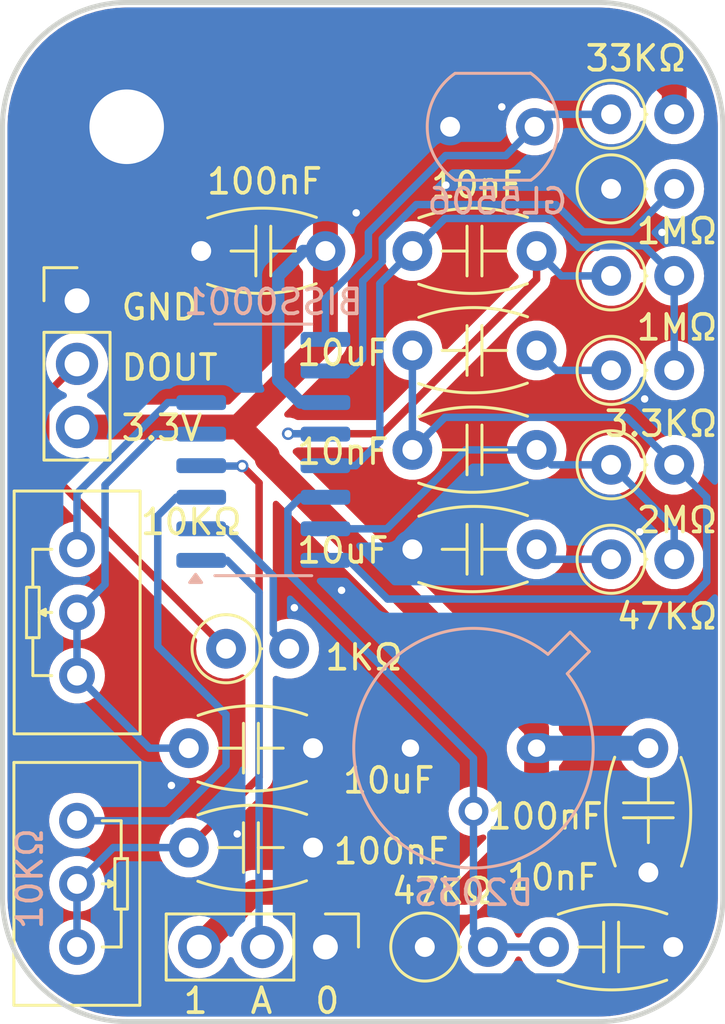
<source format=kicad_pcb>
(kicad_pcb (version 20240108) (generator "pcbnew") (generator_version "8.0")
  (layers (0 "F.Cu" signal) (31 "B.Cu" signal) (34 "B.Paste" user) (35 "F.Paste" user) (36 "B.SilkS" user "B.Silkscreen") (37 "F.SilkS" user "F.Silkscreen") (38 "B.Mask" user) (39 "F.Mask" user) (44 "Edge.Cuts" user))
  (net 0 "")
  (net 1 "3V3")
  (net 2 "GND")
  (net 3 "Net-(U1-2IN-)")
  (net 4 "Net-(U1-2OUT)")
  (net 5 "Net-(U1-1OUT)")
  (net 6 "Net-(C2-Pad2)")
  (net 7 "Net-(U1-1IN-)")
  (net 8 "Net-(U1-RC1)")
  (net 9 "Net-(S1-S)")
  (net 10 "Net-(U1-RC2)")
  (net 11 "Net-(C12-Pad2)")
  (net 12 "Net-(H1-Pin_2)")
  (net 13 "Net-(H3-Pin_2)")
  (net 14 "Net-(U1-RR1)")
  (net 15 "Net-(U1-RR2)")
  (net 16 "Net-(U1-VC)")
  (net 17 "Net-(U1-VO)")
  (net 18 "Net-(U1-IB)")
  (footprint "PCM_Resistor_THT_AKL:R_Axial_DIN0207_L6.3mm_D2.5mm_P2.54mm_Vertical" (layer "F.Cu") (at 92 103)
    (property "Reference" "R6" (hide yes))
    (property "Value" "47KΩ" (at 0.7 -2.25 360) (layer "F.SilkS"))
    (fp_line (start 1.37 0) (end 1.44 0) (stroke (width 0.12)) (layer "F.SilkS"))
    (fp_circle (center 0 0) (end 1.37 0) (stroke (width 0.12)) (fill none) (layer "F.SilkS"))
    (pad "1" thru_hole circle (at 0 0) (size 1.6 1.6) (drill 0.8) (layers "*.Cu" "*.Mask") (net 2 "GND"))
    (pad "2" thru_hole oval (at 2.54 0) (size 1.6 1.6) (drill 0.8) (layers "*.Cu" "*.Mask") (net 9 "Net-(S1-S)"))
  )
  (footprint "PCM_Capacitor_THT_US_AKL:C_Disc_D5.1mm_W3.2mm_P5.00mm" (layer "F.Cu") (at 91.5 79)
    (property "Reference" "C2" (hide yes))
    (property "Value" "10uF" (at -2.8 0.1 0) (layer "F.SilkS"))
    (fp_line (start 1.2 0) (end 2.2 0) (stroke (width 0.12)) (layer "F.SilkS"))
    (fp_line (start 2.2 0) (end 2.2 -1) (stroke (width 0.12)) (layer "F.SilkS"))
    (fp_line (start 2.2 0) (end 2.2 1) (stroke (width 0.12)) (layer "F.SilkS"))
    (fp_line (start 2.8 -1) (end 2.8 1) (stroke (width 0.12)) (layer "F.SilkS"))
    (fp_line (start 2.8 0) (end 3.8 0) (stroke (width 0.12)) (layer "F.SilkS"))
    (fp_arc (start 0.261356 -1.3335) (mid 2.44667 -1.724639) (end 4.6355 -1.353676) (stroke (width 0.12)) (layer "F.SilkS"))
    (fp_arc (start 4.628144 1.313323) (mid 2.44283 1.704462) (end 0.254 1.3335) (stroke (width 0.12)) (layer "F.SilkS"))
    (pad "1" thru_hole circle (at 0 0) (size 1.6 1.6) (drill 0.8) (layers "*.Cu" "*.Mask") (net 5 "Net-(U1-1OUT)"))
    (pad "2" thru_hole circle (at 5 0) (size 1.6 1.6) (drill 0.8) (layers "*.Cu" "*.Mask") (net 6 "Net-(C2-Pad2)"))
  )
  (footprint "PCM_Capacitor_THT_US_AKL:C_Disc_D5.1mm_W3.2mm_P5.00mm" (layer "F.Cu") (at 83 75)
    (property "Reference" "C9" (hide yes))
    (property "Value" "100nF" (at 2.55 -2.8 0) (layer "F.SilkS"))
    (fp_line (start 1.2 0) (end 2.2 0) (stroke (width 0.12)) (layer "F.SilkS"))
    (fp_line (start 2.2 0) (end 2.2 -1) (stroke (width 0.12)) (layer "F.SilkS"))
    (fp_line (start 2.2 0) (end 2.2 1) (stroke (width 0.12)) (layer "F.SilkS"))
    (fp_line (start 2.8 -1) (end 2.8 1) (stroke (width 0.12)) (layer "F.SilkS"))
    (fp_line (start 2.8 0) (end 3.8 0) (stroke (width 0.12)) (layer "F.SilkS"))
    (fp_arc (start 0.261356 -1.3335) (mid 2.44667 -1.724639) (end 4.6355 -1.353676) (stroke (width 0.12)) (layer "F.SilkS"))
    (fp_arc (start 4.628144 1.313323) (mid 2.44283 1.704462) (end 0.254 1.3335) (stroke (width 0.12)) (layer "F.SilkS"))
    (pad "1" thru_hole circle (at 0 0) (size 1.6 1.6) (drill 0.8) (layers "*.Cu" "*.Mask") (net 2 "GND"))
    (pad "2" thru_hole circle (at 5 0) (size 1.6 1.6) (drill 0.8) (layers "*.Cu" "*.Mask") (net 1 "3V3"))
  )
  (footprint "PCM_Capacitor_THT_US_AKL:C_Disc_D5.1mm_W3.2mm_P5.00mm" (layer "F.Cu") (at 91.5 87)
    (property "Reference" "C12" (hide yes))
    (property "Value" "10uF" (at -2.8 0.05 0) (layer "F.SilkS"))
    (fp_line (start 1.2 0) (end 2.2 0) (stroke (width 0.12)) (layer "F.SilkS"))
    (fp_line (start 2.2 0) (end 2.2 -1) (stroke (width 0.12)) (layer "F.SilkS"))
    (fp_line (start 2.2 0) (end 2.2 1) (stroke (width 0.12)) (layer "F.SilkS"))
    (fp_line (start 2.8 -1) (end 2.8 1) (stroke (width 0.12)) (layer "F.SilkS"))
    (fp_line (start 2.8 0) (end 3.8 0) (stroke (width 0.12)) (layer "F.SilkS"))
    (fp_arc (start 0.261356 -1.3335) (mid 2.44667 -1.724639) (end 4.6355 -1.353676) (stroke (width 0.12)) (layer "F.SilkS"))
    (fp_arc (start 4.628144 1.313323) (mid 2.44283 1.704462) (end 0.254 1.3335) (stroke (width 0.12)) (layer "F.SilkS"))
    (pad "1" thru_hole circle (at 0 0) (size 1.6 1.6) (drill 0.8) (layers "*.Cu" "*.Mask") (net 2 "GND"))
    (pad "2" thru_hole circle (at 5 0) (size 1.6 1.6) (drill 0.8) (layers "*.Cu" "*.Mask") (net 11 "Net-(C12-Pad2)"))
  )
  (footprint "Connector_PinHeader_2.54mm:PinHeader_1x03_P2.54mm_Vertical" (layer "F.Cu") (at 88 103 -90)
    (property "Reference" "H1" (hide yes))
    (property "Value" "~")
    (fp_line (start -1.33 6.41) (end 1.33 6.41) (stroke (width 0.12)) (layer "F.SilkS"))
    (fp_line (start -1.33 1.27) (end -1.33 6.41) (stroke (width 0.12)) (layer "F.SilkS"))
    (fp_line (start -1.33 1.27) (end 1.33 1.27) (stroke (width 0.12)) (layer "F.SilkS"))
    (fp_line (start 1.33 1.27) (end 1.33 6.41) (stroke (width 0.12)) (layer "F.SilkS"))
    (fp_line (start -1.33 0) (end -1.33 -1.33) (stroke (width 0.12)) (layer "F.SilkS"))
    (fp_line (start -1.33 -1.33) (end 0 -1.33) (stroke (width 0.12)) (layer "F.SilkS"))
    (pad "1" thru_hole rect (at 0 0 270) (size 1.7 1.7) (drill 1) (layers "*.Cu" "*.Mask") (net 2 "GND"))
    (pad "2" thru_hole oval (at 0 2.54 270) (size 1.7 1.7) (drill 1) (layers "*.Cu" "*.Mask") (net 12 "Net-(H1-Pin_2)"))
    (pad "3" thru_hole oval (at 0 5.08 270) (size 1.7 1.7) (drill 1) (layers "*.Cu" "*.Mask") (net 1 "3V3"))
  )
  (footprint "PCM_Potentiometer_THT_AKL:Potentiometer_Bourns_3296W_Vertical" (layer "F.Cu") (at 78 103 -90)
    (property "Reference" "PR1" (hide yes))
    (property "Value" "10KΩ" (at -2.75 1.9 -90) (layer "B.SilkS"))
    (fp_line (start -7.425 2.54) (end 2.345 2.54) (stroke (width 0.12)) (layer "F.SilkS"))
    (fp_line (start -2.54 -1.524) (end -2.54 -1.016) (stroke (width 0.12)) (layer "F.SilkS"))
    (fp_line (start -5.08 -1.778) (end -5.08 -1.016) (stroke (width 0.12)) (layer "F.SilkS"))
    (fp_line (start -3.556 -1.778) (end -5.08 -1.778) (stroke (width 0.12)) (layer "F.SilkS"))
    (fp_line (start -1.524 -1.778) (end 0 -1.778) (stroke (width 0.12)) (layer "F.SilkS"))
    (fp_line (start 0 -1.778) (end 0 -1.016) (stroke (width 0.12)) (layer "F.SilkS"))
    (fp_line (start -7.425 -2.53) (end -7.425 2.54) (stroke (width 0.12)) (layer "F.SilkS"))
    (fp_line (start -7.425 -2.53) (end 2.345 -2.53) (stroke (width 0.12)) (layer "F.SilkS"))
    (fp_line (start 2.345 -2.53) (end 2.345 2.54) (stroke (width 0.12)) (layer "F.SilkS"))
    (fp_rect (start -3.556 -2.032) (end -1.524 -1.524) (stroke (width 0.12)) (fill none) (layer "F.SilkS"))
    (fp_poly (pts (xy -2.413 -1.27) (xy -2.667 -1.27) (xy -2.54 -1.524)) (stroke (width 0.12)) (fill solid) (layer "F.SilkS"))
    (pad "1" thru_hole circle (at 0 0 270) (size 1.44 1.44) (drill 0.8) (layers "*.Cu" "*.Mask") (net 8 "Net-(U1-RC1)"))
    (pad "2" thru_hole circle (at -2.54 0 270) (size 1.44 1.44) (drill 0.8) (layers "*.Cu" "*.Mask") (net 8 "Net-(U1-RC1)"))
    (pad "3" thru_hole circle (at -5.08 0 270) (size 1.44 1.44) (drill 0.8) (layers "*.Cu" "*.Mask") (net 14 "Net-(U1-RR1)"))
  )
  (footprint "PCM_Resistor_THT_AKL:R_Axial_DIN0207_L6.3mm_D2.5mm_P2.54mm_Vertical" (layer "F.Cu") (at 99.5 76)
    (property "Reference" "R1" (hide yes))
    (property "Value" "1MΩ" (at 2.654762 2.075 360) (layer "F.SilkS"))
    (fp_line (start 1.37 0) (end 1.44 0) (stroke (width 0.12)) (layer "F.SilkS"))
    (fp_circle (center 0 0) (end 1.37 0) (stroke (width 0.12)) (fill none) (layer "F.SilkS"))
    (pad "1" thru_hole circle (at 0 0) (size 1.6 1.6) (drill 0.8) (layers "*.Cu" "*.Mask") (net 4 "Net-(U1-2OUT)"))
    (pad "2" thru_hole oval (at 2.54 0) (size 1.6 1.6) (drill 0.8) (layers "*.Cu" "*.Mask") (net 3 "Net-(U1-2IN-)"))
  )
  (footprint "PCM_Resistor_THT_AKL:R_Axial_DIN0207_L6.3mm_D2.5mm_P2.54mm_Vertical" (layer "F.Cu") (at 99.5 79.8)
    (property "Reference" "R2" (hide yes))
    (property "Value" "3.3KΩ" (at 2.011905 2.15 0) (layer "F.SilkS"))
    (fp_line (start 1.37 0) (end 1.44 0) (stroke (width 0.12)) (layer "F.SilkS"))
    (fp_circle (center 0 0) (end 1.37 0) (stroke (width 0.12)) (fill none) (layer "F.SilkS"))
    (pad "1" thru_hole circle (at 0 0) (size 1.6 1.6) (drill 0.8) (layers "*.Cu" "*.Mask") (net 6 "Net-(C2-Pad2)"))
    (pad "2" thru_hole oval (at 2.54 0) (size 1.6 1.6) (drill 0.8) (layers "*.Cu" "*.Mask") (net 3 "Net-(U1-2IN-)"))
  )
  (footprint "PCM_Capacitor_THT_US_AKL:C_Disc_D5.1mm_W3.2mm_P5.00mm" (layer "F.Cu") (at 101 100 90)
    (property "Reference" "C5" (hide yes))
    (property "Value" "100nF" (at 2.25 -4.15 180) (layer "F.SilkS"))
    (fp_line (start 2.8 -1) (end 2.8 1) (stroke (width 0.12)) (layer "F.SilkS"))
    (fp_line (start 2.8 0) (end 3.8 0) (stroke (width 0.12)) (layer "F.SilkS"))
    (fp_line (start 2.2 0) (end 2.2 -1) (stroke (width 0.12)) (layer "F.SilkS"))
    (fp_line (start 2.2 0) (end 2.2 1) (stroke (width 0.12)) (layer "F.SilkS"))
    (fp_line (start 1.2 0) (end 2.2 0) (stroke (width 0.12)) (layer "F.SilkS"))
    (fp_arc (start 0.261356 -1.3335) (mid 2.44667 -1.724639) (end 4.6355 -1.353676) (stroke (width 0.12)) (layer "F.SilkS"))
    (fp_arc (start 4.628144 1.313323) (mid 2.44283 1.704462) (end 0.254 1.3335) (stroke (width 0.12)) (layer "F.SilkS"))
    (pad "1" thru_hole circle (at 0 0 90) (size 1.6 1.6) (drill 0.8) (layers "*.Cu" "*.Mask") (net 2 "GND"))
    (pad "2" thru_hole circle (at 5 0 90) (size 1.6 1.6) (drill 0.8) (layers "*.Cu" "*.Mask") (net 1 "3V3"))
  )
  (footprint "PCM_Resistor_THT_AKL:R_Axial_DIN0207_L6.3mm_D2.5mm_P2.54mm_Vertical" (layer "F.Cu") (at 99.5 83.6)
    (property "Reference" "R3" (hide yes))
    (property "Value" "2MΩ" (at 2.654762 2.225 0) (layer "F.SilkS"))
    (fp_line (start 1.37 0) (end 1.44 0) (stroke (width 0.12)) (layer "F.SilkS"))
    (fp_circle (center 0 0) (end 1.37 0) (stroke (width 0.12)) (fill none) (layer "F.SilkS"))
    (pad "1" thru_hole circle (at 0 0) (size 1.6 1.6) (drill 0.8) (layers "*.Cu" "*.Mask") (net 7 "Net-(U1-1IN-)"))
    (pad "2" thru_hole oval (at 2.54 0) (size 1.6 1.6) (drill 0.8) (layers "*.Cu" "*.Mask") (net 5 "Net-(U1-1OUT)"))
  )
  (footprint "PCM_Potentiometer_THT_AKL:Potentiometer_Bourns_3296W_Vertical" (layer "F.Cu") (at 78 87 90)
    (property "Reference" "PR2" (hide yes))
    (property "Value" "10KΩ" (at 1.1 4.6 180) (layer "F.SilkS"))
    (fp_line (start 2.345 -2.53) (end 2.345 2.54) (stroke (width 0.12)) (layer "F.SilkS"))
    (fp_line (start -7.425 -2.53) (end 2.345 -2.53) (stroke (width 0.12)) (layer "F.SilkS"))
    (fp_line (start -7.425 -2.53) (end -7.425 2.54) (stroke (width 0.12)) (layer "F.SilkS"))
    (fp_line (start 0 -1.778) (end 0 -1.016) (stroke (width 0.12)) (layer "F.SilkS"))
    (fp_line (start -1.524 -1.778) (end 0 -1.778) (stroke (width 0.12)) (layer "F.SilkS"))
    (fp_line (start -3.556 -1.778) (end -5.08 -1.778) (stroke (width 0.12)) (layer "F.SilkS"))
    (fp_line (start -5.08 -1.778) (end -5.08 -1.016) (stroke (width 0.12)) (layer "F.SilkS"))
    (fp_line (start -2.54 -1.524) (end -2.54 -1.016) (stroke (width 0.12)) (layer "F.SilkS"))
    (fp_line (start -7.425 2.54) (end 2.345 2.54) (stroke (width 0.12)) (layer "F.SilkS"))
    (fp_rect (start -3.556 -2.032) (end -1.524 -1.524) (stroke (width 0.12)) (fill none) (layer "F.SilkS"))
    (fp_poly (pts (xy -2.413 -1.27) (xy -2.667 -1.27) (xy -2.54 -1.524)) (stroke (width 0.12)) (fill solid) (layer "F.SilkS"))
    (pad "1" thru_hole circle (at 0 0 90) (size 1.44 1.44) (drill 0.8) (layers "*.Cu" "*.Mask") (net 15 "Net-(U1-RR2)"))
    (pad "2" thru_hole circle (at -2.54 0 90) (size 1.44 1.44) (drill 0.8) (layers "*.Cu" "*.Mask") (net 10 "Net-(U1-RC2)"))
    (pad "3" thru_hole circle (at -5.08 0 90) (size 1.44 1.44) (drill 0.8) (layers "*.Cu" "*.Mask") (net 10 "Net-(U1-RC2)"))
  )
  (footprint "MountingHole:MountingHole_3mm_Pad" (layer "F.Cu") (at 80 70)
    (property "Reference" "H2" (hide yes))
    (property "Value" "~")
    (pad "1" thru_hole circle (at 0 0) (size 6 6) (drill 3) (layers "*.Cu" "*.Mask") (net 2 "GND"))
  )
  (footprint "PCM_Capacitor_THT_US_AKL:C_Disc_D5.1mm_W3.2mm_P5.00mm" (layer "F.Cu") (at 102 103 180)
    (property "Reference" "C10" (hide yes))
    (property "Value" "10nF" (at 4.85 2.8 360) (layer "F.SilkS"))
    (fp_line (start 2.8 0) (end 3.8 0) (stroke (width 0.12)) (layer "F.SilkS"))
    (fp_line (start 2.8 -1) (end 2.8 1) (stroke (width 0.12)) (layer "F.SilkS"))
    (fp_line (start 2.2 0) (end 2.2 1) (stroke (width 0.12)) (layer "F.SilkS"))
    (fp_line (start 2.2 0) (end 2.2 -1) (stroke (width 0.12)) (layer "F.SilkS"))
    (fp_line (start 1.2 0) (end 2.2 0) (stroke (width 0.12)) (layer "F.SilkS"))
    (fp_arc (start 4.628144 1.313323) (mid 2.44283 1.704462) (end 0.254 1.3335) (stroke (width 0.12)) (layer "F.SilkS"))
    (fp_arc (start 0.261356 -1.3335) (mid 2.44667 -1.724639) (end 4.6355 -1.353676) (stroke (width 0.12)) (layer "F.SilkS"))
    (pad "1" thru_hole circle (at 0 0 180) (size 1.6 1.6) (drill 0.8) (layers "*.Cu" "*.Mask") (net 2 "GND"))
    (pad "2" thru_hole circle (at 5 0 180) (size 1.6 1.6) (drill 0.8) (layers "*.Cu" "*.Mask") (net 9 "Net-(S1-S)"))
  )
  (footprint "PCM_Capacitor_THT_US_AKL:C_Disc_D5.1mm_W3.2mm_P5.00mm" (layer "F.Cu") (at 91.5 83)
    (property "Reference" "C3" (hide yes))
    (property "Value" "10nF" (at -2.8 0.075 0) (layer "F.SilkS"))
    (fp_line (start 1.2 0) (end 2.2 0) (stroke (width 0.12)) (layer "F.SilkS"))
    (fp_line (start 2.2 0) (end 2.2 -1) (stroke (width 0.12)) (layer "F.SilkS"))
    (fp_line (start 2.2 0) (end 2.2 1) (stroke (width 0.12)) (layer "F.SilkS"))
    (fp_line (start 2.8 -1) (end 2.8 1) (stroke (width 0.12)) (layer "F.SilkS"))
    (fp_line (start 2.8 0) (end 3.8 0) (stroke (width 0.12)) (layer "F.SilkS"))
    (fp_arc (start 0.261356 -1.3335) (mid 2.44667 -1.724639) (end 4.6355 -1.353676) (stroke (width 0.12)) (layer "F.SilkS"))
    (fp_arc (start 4.628144 1.313323) (mid 2.44283 1.704462) (end 0.254 1.3335) (stroke (width 0.12)) (layer "F.SilkS"))
    (pad "1" thru_hole circle (at 0 0) (size 1.6 1.6) (drill 0.8) (layers "*.Cu" "*.Mask") (net 5 "Net-(U1-1OUT)"))
    (pad "2" thru_hole circle (at 5 0) (size 1.6 1.6) (drill 0.8) (layers "*.Cu" "*.Mask") (net 7 "Net-(U1-1IN-)"))
  )
  (footprint "Connector_PinHeader_2.54mm:PinHeader_1x03_P2.54mm_Vertical" (layer "F.Cu") (at 78 77)
    (property "Reference" "H3" (hide yes))
    (property "Value" "~")
    (fp_line (start -1.33 -1.33) (end 0 -1.33) (stroke (width 0.12)) (layer "F.SilkS"))
    (fp_line (start -1.33 0) (end -1.33 -1.33) (stroke (width 0.12)) (layer "F.SilkS"))
    (fp_line (start -1.33 1.27) (end -1.33 6.41) (stroke (width 0.12)) (layer "F.SilkS"))
    (fp_line (start -1.33 1.27) (end 1.33 1.27) (stroke (width 0.12)) (layer "F.SilkS"))
    (fp_line (start -1.33 6.41) (end 1.33 6.41) (stroke (width 0.12)) (layer "F.SilkS"))
    (fp_line (start 1.33 1.27) (end 1.33 6.41) (stroke (width 0.12)) (layer "F.SilkS"))
    (pad "1" thru_hole rect (at 0 0) (size 1.7 1.7) (drill 1) (layers "*.Cu" "*.Mask") (net 2 "GND"))
    (pad "2" thru_hole oval (at 0 2.54) (size 1.7 1.7) (drill 1) (layers "*.Cu" "*.Mask") (net 13 "Net-(H3-Pin_2)"))
    (pad "3" thru_hole oval (at 0 5.08) (size 1.7 1.7) (drill 1) (layers "*.Cu" "*.Mask") (net 1 "3V3"))
  )
  (footprint "PCM_Capacitor_THT_US_AKL:C_Disc_D5.1mm_W3.2mm_P5.00mm" (layer "F.Cu") (at 91.5 75)
    (property "Reference" "C1" (hide yes))
    (property "Value" "10nF" (at 2.6 -2.65 0) (layer "F.SilkS"))
    (fp_line (start 1.2 0) (end 2.2 0) (stroke (width 0.12)) (layer "F.SilkS"))
    (fp_line (start 2.2 0) (end 2.2 -1) (stroke (width 0.12)) (layer "F.SilkS"))
    (fp_line (start 2.2 0) (end 2.2 1) (stroke (width 0.12)) (layer "F.SilkS"))
    (fp_line (start 2.8 -1) (end 2.8 1) (stroke (width 0.12)) (layer "F.SilkS"))
    (fp_line (start 2.8 0) (end 3.8 0) (stroke (width 0.12)) (layer "F.SilkS"))
    (fp_arc (start 0.261356 -1.3335) (mid 2.44667 -1.724639) (end 4.6355 -1.353676) (stroke (width 0.12)) (layer "F.SilkS"))
    (fp_arc (start 4.628144 1.313323) (mid 2.44283 1.704462) (end 0.254 1.3335) (stroke (width 0.12)) (layer "F.SilkS"))
    (pad "1" thru_hole circle (at 0 0) (size 1.6 1.6) (drill 0.8) (layers "*.Cu" "*.Mask") (net 3 "Net-(U1-2IN-)"))
    (pad "2" thru_hole circle (at 5 0) (size 1.6 1.6) (drill 0.8) (layers "*.Cu" "*.Mask") (net 4 "Net-(U1-2OUT)"))
  )
  (footprint "PCM_Capacitor_THT_US_AKL:C_Disc_D5.1mm_W3.2mm_P5.00mm" (layer "F.Cu") (at 87.5 95 180)
    (property "Reference" "C11" (hide yes))
    (property "Value" "10uF" (at -3.05 -1.3 360) (layer "F.SilkS"))
    (fp_line (start 2.8 0) (end 3.8 0) (stroke (width 0.12)) (layer "F.SilkS"))
    (fp_line (start 2.8 -1) (end 2.8 1) (stroke (width 0.12)) (layer "F.SilkS"))
    (fp_line (start 2.2 0) (end 2.2 1) (stroke (width 0.12)) (layer "F.SilkS"))
    (fp_line (start 2.2 0) (end 2.2 -1) (stroke (width 0.12)) (layer "F.SilkS"))
    (fp_line (start 1.2 0) (end 2.2 0) (stroke (width 0.12)) (layer "F.SilkS"))
    (fp_arc (start 4.628144 1.313323) (mid 2.44283 1.704462) (end 0.254 1.3335) (stroke (width 0.12)) (layer "F.SilkS"))
    (fp_arc (start 0.261356 -1.3335) (mid 2.44667 -1.724639) (end 4.6355 -1.353676) (stroke (width 0.12)) (layer "F.SilkS"))
    (pad "1" thru_hole circle (at 0 0 180) (size 1.6 1.6) (drill 0.8) (layers "*.Cu" "*.Mask") (net 2 "GND"))
    (pad "2" thru_hole circle (at 5 0 180) (size 1.6 1.6) (drill 0.8) (layers "*.Cu" "*.Mask") (net 10 "Net-(U1-RC2)"))
  )
  (footprint "PCM_Capacitor_THT_US_AKL:C_Disc_D5.1mm_W3.2mm_P5.00mm" (layer "F.Cu") (at 87.5 99 180)
    (property "Reference" "C6" (hide yes))
    (property "Value" "100nF" (at -3.15 -0.15 360) (layer "F.SilkS"))
    (fp_line (start 2.8 0) (end 3.8 0) (stroke (width 0.12)) (layer "F.SilkS"))
    (fp_line (start 2.8 -1) (end 2.8 1) (stroke (width 0.12)) (layer "F.SilkS"))
    (fp_line (start 2.2 0) (end 2.2 1) (stroke (width 0.12)) (layer "F.SilkS"))
    (fp_line (start 2.2 0) (end 2.2 -1) (stroke (width 0.12)) (layer "F.SilkS"))
    (fp_line (start 1.2 0) (end 2.2 0) (stroke (width 0.12)) (layer "F.SilkS"))
    (fp_arc (start 4.628144 1.313323) (mid 2.44283 1.704462) (end 0.254 1.3335) (stroke (width 0.12)) (layer "F.SilkS"))
    (fp_arc (start 0.261356 -1.3335) (mid 2.44667 -1.724639) (end 4.6355 -1.353676) (stroke (width 0.12)) (layer "F.SilkS"))
    (pad "1" thru_hole circle (at 0 0 180) (size 1.6 1.6) (drill 0.8) (layers "*.Cu" "*.Mask") (net 2 "GND"))
    (pad "2" thru_hole circle (at 5 0 180) (size 1.6 1.6) (drill 0.8) (layers "*.Cu" "*.Mask") (net 8 "Net-(U1-RC1)"))
  )
  (footprint "PCM_Resistor_THT_AKL:R_Axial_DIN0207_L6.3mm_D2.5mm_P2.54mm_Vertical" (layer "F.Cu") (at 99.5 69.5)
    (property "Reference" "R4" (hide yes))
    (property "Value" "33KΩ" (at 1 -2.25 360) (layer "F.SilkS"))
    (fp_line (start 1.37 0) (end 1.44 0) (stroke (width 0.12)) (layer "F.SilkS"))
    (fp_circle (center 0 0) (end 1.37 0) (stroke (width 0.12)) (fill none) (layer "F.SilkS"))
    (pad "1" thru_hole circle (at 0 0) (size 1.6 1.6) (drill 0.8) (layers "*.Cu" "*.Mask") (net 16 "Net-(U1-VC)"))
    (pad "2" thru_hole oval (at 2.54 0) (size 1.6 1.6) (drill 0.8) (layers "*.Cu" "*.Mask") (net 1 "3V3"))
  )
  (footprint "PCM_Resistor_THT_AKL:R_Axial_DIN0207_L6.3mm_D2.5mm_P2.54mm_Vertical" (layer "F.Cu") (at 99.5 72.5)
    (property "Reference" "R8" (hide yes))
    (property "Value" "1MΩ" (at 2.654762 1.7 0) (layer "F.SilkS"))
    (fp_line (start 1.37 0) (end 1.44 0) (stroke (width 0.12)) (layer "F.SilkS"))
    (fp_circle (center 0 0) (end 1.37 0) (stroke (width 0.12)) (fill none) (layer "F.SilkS"))
    (pad "1" thru_hole circle (at 0 0) (size 1.6 1.6) (drill 0.8) (layers "*.Cu" "*.Mask") (net 2 "GND"))
    (pad "2" thru_hole oval (at 2.54 0) (size 1.6 1.6) (drill 0.8) (layers "*.Cu" "*.Mask") (net 18 "Net-(U1-IB)"))
  )
  (footprint "PCM_Resistor_THT_AKL:R_Axial_DIN0207_L6.3mm_D2.5mm_P2.54mm_Vertical" (layer "F.Cu") (at 99.5 87.4)
    (property "Reference" "R7" (hide yes))
    (property "Value" "47KΩ" (at 2.25 2.3 0) (layer "F.SilkS"))
    (fp_line (start 1.37 0) (end 1.44 0) (stroke (width 0.12)) (layer "F.SilkS"))
    (fp_circle (center 0 0) (end 1.37 0) (stroke (width 0.12)) (fill none) (layer "F.SilkS"))
    (pad "1" thru_hole circle (at 0 0) (size 1.6 1.6) (drill 0.8) (layers "*.Cu" "*.Mask") (net 11 "Net-(C12-Pad2)"))
    (pad "2" thru_hole oval (at 2.54 0) (size 1.6 1.6) (drill 0.8) (layers "*.Cu" "*.Mask") (net 7 "Net-(U1-1IN-)"))
  )
  (footprint "PCM_Resistor_THT_AKL:R_Axial_DIN0207_L6.3mm_D2.5mm_P2.54mm_Vertical" (layer "F.Cu") (at 84 91)
    (property "Reference" "R5" (hide yes))
    (property "Value" "1KΩ" (at 5.55 0.35 360) (layer "F.SilkS"))
    (fp_line (start 1.37 0) (end 1.44 0) (stroke (width 0.12)) (layer "F.SilkS"))
    (fp_circle (center 0 0) (end 1.37 0) (stroke (width 0.12)) (fill none) (layer "F.SilkS"))
    (pad "1" thru_hole circle (at 0 0) (size 1.6 1.6) (drill 0.8) (layers "*.Cu" "*.Mask") (net 13 "Net-(H3-Pin_2)"))
    (pad "2" thru_hole oval (at 2.54 0) (size 1.6 1.6) (drill 0.8) (layers "*.Cu" "*.Mask") (net 17 "Net-(U1-VO)"))
  )
  (footprint "OptoDevice:R_LDR_5.1x4.3mm_P3.4mm_Vertical" (layer "B.Cu") (at 96.42 70 180)
    (property "Reference" "R9" (hide yes))
    (property "Value" "GL5506" (at 1.5 -3 0) (layer "B.SilkS") (effects (justify mirror)))
    (fp_line (start 3.2 2.15) (end 0.15 2.15) (stroke (width 0.12)) (layer "B.SilkS"))
    (fp_line (start 3.2 -2.15) (end 0.15 -2.15) (stroke (width 0.12)) (layer "B.SilkS"))
    (fp_arc (start 3.244513 -2.118249) (mid 4.321403 0.027338) (end 3.2 2.15) (stroke (width 0.12)) (layer "B.SilkS"))
    (fp_arc (start 0.171766 2.165525) (mid -0.950438 0.013368) (end 0.15 -2.15) (stroke (width 0.12)) (layer "B.SilkS"))
    (pad "1" thru_hole circle (at 0 0 180) (size 1.5 1.5) (drill 0.8) (layers "*.Cu" "*.Mask") (net 16 "Net-(U1-VC)"))
    (pad "2" thru_hole circle (at 3.4 0 180) (size 1.5 1.5) (drill 0.8) (layers "*.Cu" "*.Mask") (net 2 "GND"))
  )
  (footprint "Package_TO_SOT_THT:TO-5-3" (layer "B.Cu") (at 96.5 95 180)
    (property "Reference" "S1" (hide yes))
    (property "Value" "D203S" (at 2.54 -5.82 0) (layer "B.SilkS") (effects (justify mirror)))
    (fp_line (start -1.234902 2.997084) (end -2.125856 3.888039) (stroke (width 0.12)) (layer "B.SilkS"))
    (fp_line (start -1.348039 4.665856) (end -0.457084 3.774902) (stroke (width 0.12)) (layer "B.SilkS"))
    (fp_line (start -2.125856 3.888039) (end -1.348039 4.665856) (stroke (width 0.12)) (layer "B.SilkS"))
    (fp_arc (start -1.234674 2.997371) (mid 5.948125 -3.408384) (end -0.457084 3.774902) (stroke (width 0.12)) (layer "B.SilkS"))
    (pad "1" thru_hole oval (at 0 0 180) (size 1.6 1.2) (drill 0.7) (layers "*.Cu" "*.Mask") (net 1 "3V3"))
    (pad "2" thru_hole oval (at 2.54 -2.54 180) (size 1.2 1.2) (drill 0.7) (layers "*.Cu" "*.Mask") (net 9 "Net-(S1-S)"))
    (pad "3" thru_hole oval (at 5.08 0 180) (size 1.2 1.2) (drill 0.7) (layers "*.Cu" "*.Mask") (net 2 "GND"))
  )
  (footprint "Package_SO:SOP-16_3.9x9.9mm_P1.27mm" (layer "B.Cu") (at 85.5 83)
    (property "Reference" "U1" (hide yes))
    (property "Value" "BISS0001" (at 0.4 -5.95 0) (layer "B.SilkS") (effects (justify mirror)))
    (fp_line (start -1.95 -5.06) (end 0 -5.06) (stroke (width 0.12)) (layer "B.SilkS"))
    (fp_line (start -1.95 5.06) (end 0 5.06) (stroke (width 0.12)) (layer "B.SilkS"))
    (fp_line (start 1.95 -5.06) (end 0 -5.06) (stroke (width 0.12)) (layer "B.SilkS"))
    (fp_line (start 1.95 5.06) (end 0 5.06) (stroke (width 0.12)) (layer "B.SilkS"))
    (fp_poly (pts (xy -2.725 5.005) (xy -2.965 5.335) (xy -2.485 5.335) (xy -2.725 5.005)) (stroke (width 0.12)) (fill solid) (layer "B.SilkS"))
    (pad "1" smd roundrect (at -2.5 4.445) (size 2 0.6) (layers "B.Cu" "B.Paste" "B.Mask") (net 12 "Net-(H1-Pin_2)"))
    (pad "2" smd roundrect (at -2.5 3.175) (size 2 0.6) (layers "B.Cu" "B.Paste" "B.Mask") (net 17 "Net-(U1-VO)"))
    (pad "3" smd roundrect (at -2.5 1.905) (size 2 0.6) (layers "B.Cu" "B.Paste" "B.Mask") (net 14 "Net-(U1-RR1)"))
    (pad "4" smd roundrect (at -2.5 0.635) (size 2 0.6) (layers "B.Cu" "B.Paste" "B.Mask") (net 8 "Net-(U1-RC1)"))
    (pad "5" smd roundrect (at -2.5 -0.635) (size 2 0.6) (layers "B.Cu" "B.Paste" "B.Mask") (net 10 "Net-(U1-RC2)"))
    (pad "6" smd roundrect (at -2.5 -1.905) (size 2 0.6) (layers "B.Cu" "B.Paste" "B.Mask") (net 15 "Net-(U1-RR2)"))
    (pad "7" smd roundrect (at -2.5 -3.175) (size 2 0.6) (layers "B.Cu" "B.Paste" "B.Mask") (net 2 "GND"))
    (pad "8" smd roundrect (at -2.5 -4.445) (size 2 0.6) (layers "B.Cu" "B.Paste" "B.Mask") (net 2 "GND"))
    (pad "9" smd roundrect (at 2.5 -4.445) (size 2 0.6) (layers "B.Cu" "B.Paste" "B.Mask") (net 16 "Net-(U1-VC)"))
    (pad "10" smd roundrect (at 2.5 -3.175) (size 2 0.6) (layers "B.Cu" "B.Paste" "B.Mask") (net 18 "Net-(U1-IB)"))
    (pad "11" smd roundrect (at 2.5 -1.905) (size 2 0.6) (layers "B.Cu" "B.Paste" "B.Mask") (net 1 "3V3"))
    (pad "12" smd roundrect (at 2.5 -0.635) (size 2 0.6) (layers "B.Cu" "B.Paste" "B.Mask") (net 4 "Net-(U1-2OUT)"))
    (pad "13" smd roundrect (at 2.5 0.635) (size 2 0.6) (layers "B.Cu" "B.Paste" "B.Mask") (net 3 "Net-(U1-2IN-)"))
    (pad "14" smd roundrect (at 2.5 1.905) (size 2 0.6) (layers "B.Cu" "B.Paste" "B.Mask") (net 9 "Net-(S1-S)"))
    (pad "15" smd roundrect (at 2.5 3.175) (size 2 0.6) (layers "B.Cu" "B.Paste" "B.Mask") (net 7 "Net-(U1-1IN-)"))
    (pad "16" smd roundrect (at 2.5 4.445) (size 2 0.6) (layers "B.Cu" "B.Paste" "B.Mask") (net 5 "Net-(U1-1OUT)"))
  )
  (gr_arc (start 99 65) (mid 102.535534 66.464466) (end 104 70) (stroke (width 0.2)) (layer "Edge.Cuts"))
  (gr_arc (start 80 106) (mid 76.464466 104.535534) (end 75 101) (stroke (width 0.2)) (layer "Edge.Cuts"))
  (gr_arc (start 75 70) (mid 76.464466 66.464466) (end 80 65) (stroke (width 0.2)) (layer "Edge.Cuts"))
  (gr_line (start 80 65) (end 99 65) (stroke (width 0.2)) (layer "Edge.Cuts"))
  (gr_line (start 104 70) (end 104 101) (stroke (width 0.2)) (layer "Edge.Cuts"))
  (gr_line (start 75 101) (end 75 70) (stroke (width 0.2)) (layer "Edge.Cuts"))
  (gr_arc (start 104 101) (mid 102.535534 104.535534) (end 99 106) (stroke (width 0.2)) (layer "Edge.Cuts"))
  (gr_line (start 99 106) (end 80 106) (stroke (width 0.2)) (layer "Edge.Cuts"))
  (gr_text "0\n" (at 87.5 105.75 0) (layer "F.SilkS") (effects (font (size 1 1)) (justify left bottom)))
  (gr_text "DOUT" (at 79.7 80.275 0) (layer "F.SilkS") (effects (font (size 1 1)) (justify left bottom)))
  (gr_text "1" (at 82.2 105.75 0) (layer "F.SilkS") (effects (font (size 1 1)) (justify left bottom)))
  (gr_text "3.3V" (at 79.7 82.7 0) (layer "F.SilkS") (effects (font (size 1 1)) (justify left bottom)))
  (gr_text "GND" (at 79.7 77.85 0) (layer "F.SilkS") (effects (font (size 1 1)) (justify left bottom)))
  (gr_text "A\n" (at 84.897619 105.75 0) (layer "F.SilkS") (effects (font (size 1 1)) (justify left bottom)))
  (segment (start 96.5 97.9) (end 96.5 95) (width 1) (layer "F.Cu") (net 1))
  (segment (start 100.35 66.85) (end 102.04 68.54) (width 1) (layer "F.Cu") (net 1))
  (segment (start 96.5 95) (end 96.5 94.213066) (width 1) (layer "F.Cu") (net 1))
  (segment (start 88 71.7) (end 92.85 66.85) (width 1) (layer "F.Cu") (net 1))
  (segment (start 85.12 100.8) (end 93.6 100.8) (width 1) (layer "F.Cu") (net 1))
  (segment (start 102.04 68.54) (end 102.04 69.5) (width 1) (layer "F.Cu") (net 1))
  (segment (start 85.66 83.231644) (end 84.508356 82.08) (width 1) (layer "F.Cu") (net 1))
  (segment (start 85.66 83.373066) (end 85.66 83.231644) (width 1) (layer "F.Cu") (net 1))
  (segment (start 82.92 103) (end 85.12 100.8) (width 1) (layer "F.Cu") (net 1))
  (segment (start 92.85 66.85) (end 100.35 66.85) (width 1) (layer "F.Cu") (net 1))
  (segment (start 84.508356 82.08) (end 88 78.588356) (width 1) (layer "F.Cu") (net 1))
  (segment (start 88 78.588356) (end 88 75) (width 1) (layer "F.Cu") (net 1))
  (segment (start 84.508356 82.08) (end 78 82.08) (width 1) (layer "F.Cu") (net 1))
  (segment (start 96.5 94.213066) (end 85.66 83.373066) (width 1) (layer "F.Cu") (net 1))
  (segment (start 93.6 100.8) (end 96.5 97.9) (width 1) (layer "F.Cu") (net 1))
  (segment (start 88 75) (end 88 71.7) (width 1) (layer "F.Cu") (net 1))
  (segment (start 88 81.095) (end 87.000001 81.095) (width 0.5) (layer "B.Cu") (net 1))
  (segment (start 87.1 75) (end 88 75) (width 0.5) (layer "B.Cu") (net 1))
  (segment (start 87.000001 81.095) (end 86.1 80.194999) (width 0.5) (layer "B.Cu") (net 1))
  (segment (start 86.1 80.194999) (end 86.1 76) (width 0.5) (layer "B.Cu") (net 1))
  (segment (start 86.1 76) (end 87.1 75) (width 0.5) (layer "B.Cu") (net 1))
  (segment (start 96.5 95) (end 101 95) (width 1) (layer "B.Cu") (net 1))
  (segment (start 95.52 72.5) (end 93.02 70) (width 0.3) (layer "F.Cu") (net 2))
  (segment (start 81 77) (end 83 75) (width 0.3) (layer "F.Cu") (net 2))
  (segment (start 78 77) (end 81 77) (width 0.3) (layer "F.Cu") (net 2))
  (segment (start 99.5 72.5) (end 95.52 72.5) (width 0.3) (layer "F.Cu") (net 2))
  (via (at 95.1 69.2) (size 0.5) (drill 0.3) (layers "F.Cu" "B.Cu") (net 2))
  (via (at 89.237943 73.463469) (size 0.5) (drill 0.3) (layers "F.Cu" "B.Cu") (net 2))
  (via (at 81.8 96.5) (size 0.5) (drill 0.3) (layers "F.Cu" "B.Cu") (net 2))
  (via (at 101.55 74.25) (size 0.5) (drill 0.3) (layers "F.Cu" "B.Cu") (net 2))
  (via (at 100.85 80.95) (size 0.5) (drill 0.3) (layers "F.Cu" "B.Cu") (net 2))
  (via (at 92.85 72.35) (size 0.5) (drill 0.3) (layers "F.Cu" "B.Cu") (net 2))
  (via (at 100.65 86.3) (size 0.5) (drill 0.3) (layers "F.Cu" "B.Cu") (net 2))
  (via (at 88.65 88.65) (size 0.5) (drill 0.3) (layers "F.Cu" "B.Cu") (net 2))
  (via (at 84.45 98.45) (size 0.5) (drill 0.3) (layers "F.Cu" "B.Cu") (net 2))
  (via (at 86.75 89.35) (size 0.5) (drill 0.3) (layers "F.Cu" "B.Cu") (net 2))
  (segment (start 102 101) (end 101 100) (width 0.3) (layer "B.Cu") (net 2))
  (segment (start 102 103) (end 102 101) (width 0.3) (layer "B.Cu") (net 2))
  (segment (start 83 75) (end 83 79.825) (width 0.3) (layer "B.Cu") (net 2))
  (segment (start 93.21 104.21) (end 100.79 104.21) (width 0.3) (layer "B.Cu") (net 2))
  (segment (start 100.79 104.21) (end 102 103) (width 0.3) (layer "B.Cu") (net 2))
  (segment (start 87.5 102.5) (end 88 103) (width 0.3) (layer "B.Cu") (net 2))
  (segment (start 92 103) (end 88 103) (width 0.3) (layer "B.Cu") (net 2))
  (segment (start 91.42 95) (end 87.5 95) (width 0.3) (layer "B.Cu") (net 2))
  (segment (start 92 103) (end 93.21 104.21) (width 0.3) (layer "B.Cu") (net 2))
  (segment (start 98.938801 74.85) (end 98.20262 74.85) (width 0.3) (layer "B.Cu") (net 3))
  (segment (start 89.215 83.635) (end 88 83.635) (width 0.3) (layer "B.Cu") (net 3))
  (segment (start 98.998801 74.79) (end 98.938801 74.85) (width 0.3) (layer "B.Cu") (net 3))
  (segment (start 90.19 76.31) (end 90.19 82.66) (width 0.3) (layer "B.Cu") (net 3))
  (segment (start 92.81 73.69) (end 91.5 75) (width 0.3) (layer "B.Cu") (net 3))
  (segment (start 102.04 76) (end 102.04 79.8) (width 0.3) (layer "B.Cu") (net 3))
  (segment (start 91.5 75) (end 90.19 76.31) (width 0.3) (layer "B.Cu") (net 3))
  (segment (start 98.20262 74.85) (end 97.04262 73.69) (width 0.3) (layer "B.Cu") (net 3))
  (segment (start 102.04 76) (end 100.83 74.79) (width 0.3) (layer "B.Cu") (net 3))
  (segment (start 100.83 74.79) (end 98.998801 74.79) (width 0.3) (layer "B.Cu") (net 3))
  (segment (start 90.19 82.66) (end 89.215 83.635) (width 0.3) (layer "B.Cu") (net 3))
  (segment (start 97.04262 73.69) (end 92.81 73.69) (width 0.3) (layer "B.Cu") (net 3))
  (segment (start 96.5 76.13137) (end 90.28137 82.35) (width 0.3) (layer "F.Cu") (net 4))
  (segment (start 96.5 75) (end 96.5 76.13137) (width 0.3) (layer "F.Cu") (net 4))
  (segment (start 90.28137 82.35) (end 86.5 82.35) (width 0.3) (layer "F.Cu") (net 4))
  (via (at 86.5 82.35) (size 0.5) (drill 0.3) (layers "F.Cu" "B.Cu") (net 4))
  (segment (start 87.985 82.35) (end 88 82.365) (width 0.3) (layer "B.Cu") (net 4))
  (segment (start 97.5 76) (end 96.5 75) (width 0.3) (layer "B.Cu") (net 4))
  (segment (start 86.5 82.35) (end 87.985 82.35) (width 0.3) (layer "B.Cu") (net 4))
  (segment (start 99.5 76) (end 97.5 76) (width 0.3) (layer "B.Cu") (net 4))
  (segment (start 92.81 81.69) (end 91.5 83) (width 0.3) (layer "B.Cu") (net 5))
  (segment (start 100.13 81.69) (end 92.81 81.69) (width 0.3) (layer "B.Cu") (net 5))
  (segment (start 91.5 83) (end 91.5 79) (width 0.3) (layer "B.Cu") (net 5))
  (segment (start 88 87.445) (end 88.945 87.445) (width 0.3) (layer "B.Cu") (net 5))
  (segment (start 88.945 87.445) (end 90.5 89) (width 0.3) (layer "B.Cu") (net 5))
  (segment (start 102.65 89) (end 103.35 88.3) (width 0.3) (layer "B.Cu") (net 5))
  (segment (start 102.04 83.6) (end 100.13 81.69) (width 0.3) (layer "B.Cu") (net 5))
  (segment (start 103.35 84.91) (end 102.04 83.6) (width 0.3) (layer "B.Cu") (net 5))
  (segment (start 103.35 88.3) (end 103.35 84.91) (width 0.3) (layer "B.Cu") (net 5))
  (segment (start 90.5 89) (end 102.65 89) (width 0.3) (layer "B.Cu") (net 5))
  (segment (start 97.3 79.8) (end 96.5 79) (width 0.3) (layer "B.Cu") (net 6))
  (segment (start 99.5 79.8) (end 97.3 79.8) (width 0.3) (layer "B.Cu") (net 6))
  (segment (start 102.04 86.14) (end 99.5 83.6) (width 0.3) (layer "B.Cu") (net 7))
  (segment (start 93.64738 83) (end 90.47238 86.175) (width 0.3) (layer "B.Cu") (net 7))
  (segment (start 102.04 87.4) (end 102.04 86.14) (width 0.3) (layer "B.Cu") (net 7))
  (segment (start 90.47238 86.175) (end 88 86.175) (width 0.3) (layer "B.Cu") (net 7))
  (segment (start 96.5 83) (end 93.64738 83) (width 0.3) (layer "B.Cu") (net 7))
  (segment (start 97.1 83.6) (end 96.5 83) (width 0.3) (layer "B.Cu") (net 7))
  (segment (start 99.5 83.6) (end 97.1 83.6) (width 0.3) (layer "B.Cu") (net 7))
  (segment (start 82.5 99) (end 85.33 96.17) (width 0.3) (layer "F.Cu") (net 8))
  (segment (start 85.33 84.33) (end 84.65 83.65) (width 0.3) (layer "F.Cu") (net 8))
  (segment (start 85.33 96.17) (end 85.33 84.33) (width 0.3) (layer "F.Cu") (net 8))
  (via (at 84.65 83.65) (size 0.5) (drill 0.3) (layers "F.Cu" "B.Cu") (net 8))
  (segment (start 83.015 83.65) (end 83 83.635) (width 0.3) (layer "B.Cu") (net 8))
  (segment (start 79.46 99) (end 78 100.46) (width 0.3) (layer "B.Cu") (net 8))
  (segment (start 84.65 83.65) (end 83.015 83.65) (width 0.3) (layer "B.Cu") (net 8))
  (segment (start 82.5 99) (end 79.46 99) (width 0.3) (layer "B.Cu") (net 8))
  (segment (start 78 100.46) (end 78 103) (width 0.3) (layer "B.Cu") (net 8))
  (segment (start 97 103) (end 94.54 103) (width 0.3) (layer "B.Cu") (net 9))
  (segment (start 93.96 102.42) (end 94.54 103) (width 0.3) (layer "B.Cu") (net 9))
  (segment (start 86.49 85.415001) (end 86.49 87.94) (width 0.3) (layer "B.Cu") (net 9))
  (segment (start 93.96 95.41) (end 93.96 97.54) (width 0.3) (layer "B.Cu") (net 9))
  (segment (start 88 84.905) (end 87.000001 84.905) (width 0.3) (layer "B.Cu") (net 9))
  (segment (start 86.49 87.94) (end 93.96 95.41) (width 0.3) (layer "B.Cu") (net 9))
  (segment (start 87.000001 84.905) (end 86.49 85.415001) (width 0.3) (layer "B.Cu") (net 9))
  (segment (start 93.96 97.54) (end 93.96 102.42) (width 0.3) (layer "B.Cu") (net 9))
  (segment (start 78 89.54) (end 78 92.08) (width 0.3) (layer "B.Cu") (net 10))
  (segment (start 80.92 95) (end 78 92.08) (width 0.3) (layer "B.Cu") (net 10))
  (segment (start 79.13 84.41196) (end 81.17696 82.365) (width 0.3) (layer "B.Cu") (net 10))
  (segment (start 79.13 88.41) (end 79.13 84.41196) (width 0.3) (layer "B.Cu") (net 10))
  (segment (start 78 89.54) (end 79.13 88.41) (width 0.3) (layer "B.Cu") (net 10))
  (segment (start 81.17696 82.365) (end 83 82.365) (width 0.3) (layer "B.Cu") (net 10))
  (segment (start 82.5 95) (end 80.92 95) (width 0.3) (layer "B.Cu") (net 10))
  (segment (start 99.5 87.4) (end 96.9 87.4) (width 0.3) (layer "B.Cu") (net 11))
  (segment (start 96.9 87.4) (end 96.5 87) (width 0.3) (layer "B.Cu") (net 11))
  (segment (start 85.33 102.87) (end 85.33 88.73) (width 0.3) (layer "B.Cu") (net 12))
  (segment (start 85.46 103) (end 85.33 102.87) (width 0.3) (layer "B.Cu") (net 12))
  (segment (start 84.045 87.445) (end 83 87.445) (width 0.3) (layer "B.Cu") (net 12))
  (segment (start 85.33 88.73) (end 84.045 87.445) (width 0.3) (layer "B.Cu") (net 12))
  (segment (start 78 79.54) (end 76.74 80.8) (width 0.3) (layer "F.Cu") (net 13))
  (segment (start 76.74 80.8) (end 76.74 83.74) (width 0.3) (layer "F.Cu") (net 13))
  (segment (start 76.74 83.74) (end 84 91) (width 0.3) (layer "F.Cu") (net 13))
  (segment (start 81.78 97.92) (end 78 97.92) (width 0.3) (layer "B.Cu") (net 14))
  (segment (start 84 93.65) (end 84 95.7) (width 0.3) (layer "B.Cu") (net 14))
  (segment (start 84 95.7) (end 81.78 97.92) (width 0.3) (layer "B.Cu") (net 14))
  (segment (start 82.000001 84.905) (end 81.25 85.655001) (width 0.3) (layer "B.Cu") (net 14))
  (segment (start 81.25 90.9) (end 84 93.65) (width 0.3) (layer "B.Cu") (net 14))
  (segment (start 81.25 85.655001) (end 81.25 90.9) (width 0.3) (layer "B.Cu") (net 14))
  (segment (start 83 84.905) (end 82.000001 84.905) (width 0.3) (layer "B.Cu") (net 14))
  (segment (start 81.655 81.095) (end 83 81.095) (width 0.3) (layer "B.Cu") (net 15))
  (segment (start 78 87) (end 78 84.75) (width 0.3) (layer "B.Cu") (net 15))
  (segment (start 78 84.75) (end 81.655 81.095) (width 0.3) (layer "B.Cu") (net 15))
  (segment (start 88 78.555) (end 88 76.91608) (width 0.3) (layer "B.Cu") (net 16))
  (segment (start 89.73 75.18608) (end 89.73 74.266841) (width 0.3) (layer "B.Cu") (net 16))
  (segment (start 96.92 69.5) (end 96.42 70) (width 0.3) (layer "B.Cu") (net 16))
  (segment (start 88 76.91608) (end 89.73 75.18608) (width 0.3) (layer "B.Cu") (net 16))
  (segment (start 99.5 69.5) (end 96.92 69.5) (width 0.3) (layer "B.Cu") (net 16))
  (segment (start 95.26 71.16) (end 96.42 70) (width 0.3) (layer "B.Cu") (net 16))
  (segment (start 89.73 74.266841) (end 92.836841 71.16) (width 0.3) (layer "B.Cu") (net 16))
  (segment (start 92.836841 71.16) (end 95.26 71.16) (width 0.3) (layer "B.Cu") (net 16))
  (segment (start 85.9 88.075001) (end 85.9 90.36) (width 0.3) (layer "B.Cu") (net 17))
  (segment (start 83 86.175) (end 83.999999 86.175) (width 0.3) (layer "B.Cu") (net 17))
  (segment (start 83.999999 86.175) (end 85.9 88.075001) (width 0.3) (layer "B.Cu") (net 17))
  (segment (start 85.9 90.36) (end 86.54 91) (width 0.3) (layer "B.Cu") (net 17))
  (segment (start 98.37458 74.23) (end 97.27458 73.13) (width 0.3) (layer "B.Cu") (net 18))
  (segment (start 100.31 74.23) (end 98.37458 74.23) (width 0.3) (layer "B.Cu") (net 18))
  (segment (start 97.27458 73.13) (end 91.658801 73.13) (width 0.3) (layer "B.Cu") (net 18))
  (segment (start 90.29 75.41804) (end 89.5 76.20804) (width 0.3) (layer "B.Cu") (net 18))
  (segment (start 89.5 76.20804) (end 89.5 79.324999) (width 0.3) (layer "B.Cu") (net 18))
  (segment (start 88.999999 79.825) (end 88 79.825) (width 0.3) (layer "B.Cu") (net 18))
  (segment (start 89.5 79.324999) (end 88.999999 79.825) (width 0.3) (layer "B.Cu") (net 18))
  (segment (start 90.29 74.498801) (end 90.29 75.41804) (width 0.3) (layer "B.Cu") (net 18))
  (segment (start 102.04 72.5) (end 100.31 74.23) (width 0.3) (layer "B.Cu") (net 18))
  (segment (start 91.658801 73.13) (end 90.29 74.498801) (width 0.3) (layer "B.Cu") (net 18))
  (zone (net 2) (net_name "GND") (layers "F&B.Cu") (name "F_B_GND") (priority 2) (connect_pads yes (clearance 0.4)) (min_thickness 0.25) (fill yes (thermal_gap 0.25) (thermal_bridge_width 0.5) (smoothing fillet) (radius 5))
    (polygon (pts (xy 75 65) (xy 75 106) (xy 104 106) (xy 104 65)))
  )
  (zone (net 0) (net_name "") (layer "B.Cu") (connect_pads (clearance 0)) (min_thickness 0.25)
    (keepout (tracks allowed) (vias allowed) (pads allowed) (copperpour not_allowed) (footprints allowed))
    (fill (thermal_gap 0.5) (thermal_bridge_width 0.5))
    (polygon (pts (xy 84.1 80.7) (xy 84.1 87.1) (xy 86.85 87.1) (xy 86.85 80.7)))
  )
)
</source>
